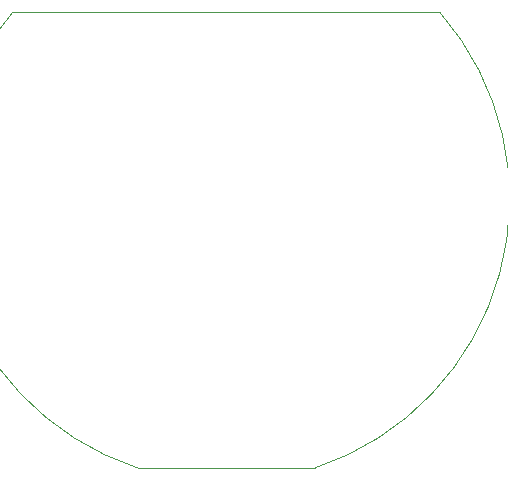
<source format=gbr>
%TF.GenerationSoftware,KiCad,Pcbnew,7.0.6*%
%TF.CreationDate,2023-07-14T02:37:10+02:00*%
%TF.ProjectId,rrr,7272722e-6b69-4636-9164-5f7063625858,rev?*%
%TF.SameCoordinates,Original*%
%TF.FileFunction,Profile,NP*%
%FSLAX46Y46*%
G04 Gerber Fmt 4.6, Leading zero omitted, Abs format (unit mm)*
G04 Created by KiCad (PCBNEW 7.0.6) date 2023-07-14 02:37:10*
%MOMM*%
%LPD*%
G01*
G04 APERTURE LIST*
%TA.AperFunction,Profile*%
%ADD10C,0.100000*%
%TD*%
G04 APERTURE END LIST*
D10*
X81918196Y-84215884D02*
X118081804Y-84215884D01*
X107500000Y-122799998D02*
G75*
G03*
X118081803Y-84215885I-7500000J22799998D01*
G01*
X81918197Y-84215885D02*
G75*
G03*
X92500000Y-122799998I18081803J-15784115D01*
G01*
X92500000Y-122800000D02*
X107500000Y-122800000D01*
M02*

</source>
